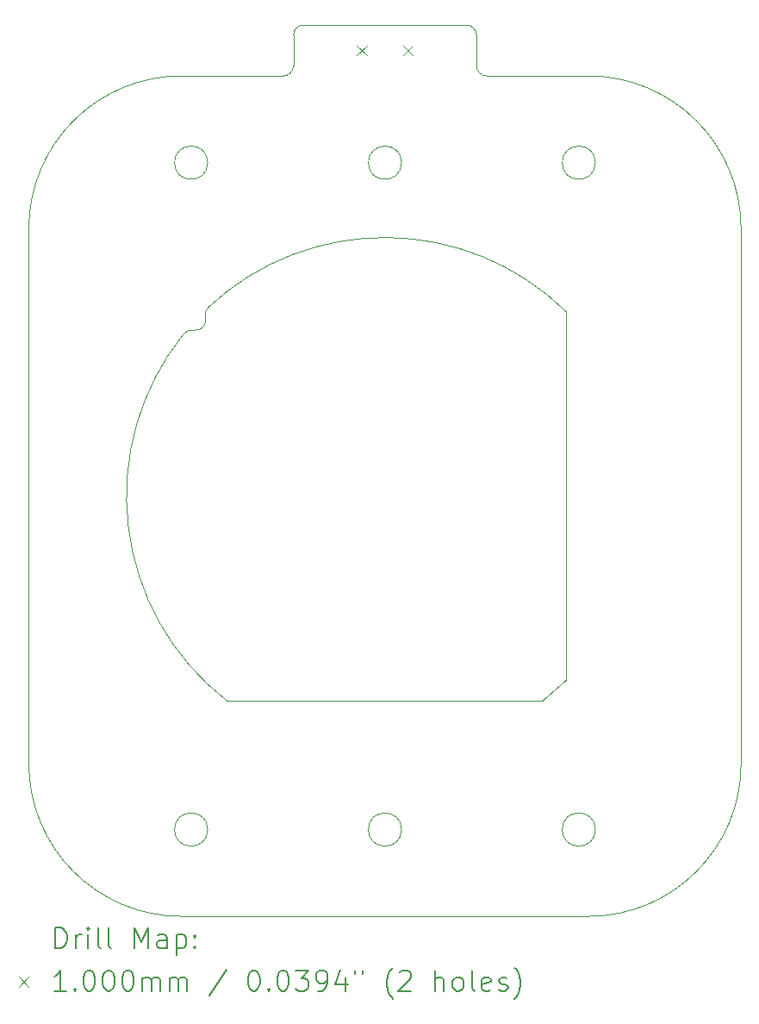
<source format=gbr>
%TF.GenerationSoftware,KiCad,Pcbnew,7.0.6*%
%TF.CreationDate,2024-02-05T15:04:08-06:00*%
%TF.ProjectId,TopProbeCard,546f7050-726f-4626-9543-6172642e6b69,rev?*%
%TF.SameCoordinates,Original*%
%TF.FileFunction,Drillmap*%
%TF.FilePolarity,Positive*%
%FSLAX45Y45*%
G04 Gerber Fmt 4.5, Leading zero omitted, Abs format (unit mm)*
G04 Created by KiCad (PCBNEW 7.0.6) date 2024-02-05 15:04:08*
%MOMM*%
%LPD*%
G01*
G04 APERTURE LIST*
%ADD10C,0.100000*%
%ADD11C,0.010000*%
%ADD12C,0.200000*%
G04 APERTURE END LIST*
D10*
X8400000Y-3472500D02*
X8400000Y-3772500D01*
D11*
X11000000Y-10627500D02*
X11000000Y-5372500D01*
D10*
X8500000Y-3872500D02*
X9500000Y-3872500D01*
D11*
X5500000Y-3872500D02*
G75*
G03*
X4000000Y-5372500I-1J-1499999D01*
G01*
X5618856Y-6370924D02*
G75*
G03*
X5734230Y-6246530I18854J98215D01*
G01*
X5762328Y-6147407D02*
G75*
G03*
X5734230Y-6246530I68402J-72933D01*
G01*
X5758195Y-11275000D02*
G75*
G03*
X5758195Y-11275000I-163195J0D01*
G01*
D10*
X8400000Y-3772500D02*
G75*
G03*
X8500000Y-3872500I100010J10D01*
G01*
D11*
X7663195Y-4725000D02*
G75*
G03*
X7663195Y-4725000I-163195J0D01*
G01*
D10*
X6700000Y-3372500D02*
X8300000Y-3372500D01*
D11*
X9568195Y-4725000D02*
G75*
G03*
X9568195Y-4725000I-163195J0D01*
G01*
X9280468Y-6188500D02*
X9280468Y-9811500D01*
X7663195Y-11275000D02*
G75*
G03*
X7663195Y-11275000I-163195J0D01*
G01*
X5618856Y-6370922D02*
G75*
G03*
X5522125Y-6406384I-18866J-98198D01*
G01*
D10*
X6700000Y-3372500D02*
G75*
G03*
X6600000Y-3472500I0J-100000D01*
G01*
X6500000Y-3872500D02*
X5500000Y-3872500D01*
X6500000Y-3872500D02*
G75*
G03*
X6600000Y-3772500I0J100000D01*
G01*
D11*
X9280468Y-6188500D02*
G75*
G03*
X5762329Y-6147407I-1780468J-1811500D01*
G01*
X5522125Y-6406384D02*
G75*
G03*
X5949043Y-10011500I1977875J-1593616D01*
G01*
X5758195Y-4725000D02*
G75*
G03*
X5758195Y-4725000I-163195J0D01*
G01*
X9568195Y-11275000D02*
G75*
G03*
X9568195Y-11275000I-163195J0D01*
G01*
X9050957Y-10011500D02*
G75*
G03*
X9280468Y-9811500I-1550977J2011520D01*
G01*
X4000000Y-5372500D02*
X4000000Y-10627500D01*
D10*
X8400000Y-3472500D02*
G75*
G03*
X8300000Y-3372500I-99990J10D01*
G01*
D11*
X9050957Y-10011500D02*
X5949043Y-10011500D01*
X11000000Y-5372500D02*
G75*
G03*
X9500000Y-3872500I-1499994J6D01*
G01*
X5500000Y-12127500D02*
X9500000Y-12127500D01*
X9500000Y-12127500D02*
G75*
G03*
X11000000Y-10627500I-2J1500002D01*
G01*
D10*
X6600000Y-3772500D02*
X6600000Y-3472500D01*
D11*
X4000000Y-10627500D02*
G75*
G03*
X5500000Y-12127500I1500006J6D01*
G01*
D12*
D10*
X7225000Y-3572500D02*
X7325000Y-3672500D01*
X7325000Y-3572500D02*
X7225000Y-3672500D01*
X7675000Y-3572500D02*
X7775000Y-3672500D01*
X7775000Y-3572500D02*
X7675000Y-3672500D01*
D12*
X4260277Y-12439484D02*
X4260277Y-12239484D01*
X4260277Y-12239484D02*
X4307896Y-12239484D01*
X4307896Y-12239484D02*
X4336467Y-12249007D01*
X4336467Y-12249007D02*
X4355515Y-12268055D01*
X4355515Y-12268055D02*
X4365039Y-12287103D01*
X4365039Y-12287103D02*
X4374563Y-12325198D01*
X4374563Y-12325198D02*
X4374563Y-12353769D01*
X4374563Y-12353769D02*
X4365039Y-12391865D01*
X4365039Y-12391865D02*
X4355515Y-12410912D01*
X4355515Y-12410912D02*
X4336467Y-12429960D01*
X4336467Y-12429960D02*
X4307896Y-12439484D01*
X4307896Y-12439484D02*
X4260277Y-12439484D01*
X4460277Y-12439484D02*
X4460277Y-12306150D01*
X4460277Y-12344246D02*
X4469801Y-12325198D01*
X4469801Y-12325198D02*
X4479324Y-12315674D01*
X4479324Y-12315674D02*
X4498372Y-12306150D01*
X4498372Y-12306150D02*
X4517420Y-12306150D01*
X4584086Y-12439484D02*
X4584086Y-12306150D01*
X4584086Y-12239484D02*
X4574563Y-12249007D01*
X4574563Y-12249007D02*
X4584086Y-12258531D01*
X4584086Y-12258531D02*
X4593610Y-12249007D01*
X4593610Y-12249007D02*
X4584086Y-12239484D01*
X4584086Y-12239484D02*
X4584086Y-12258531D01*
X4707896Y-12439484D02*
X4688848Y-12429960D01*
X4688848Y-12429960D02*
X4679324Y-12410912D01*
X4679324Y-12410912D02*
X4679324Y-12239484D01*
X4812658Y-12439484D02*
X4793610Y-12429960D01*
X4793610Y-12429960D02*
X4784086Y-12410912D01*
X4784086Y-12410912D02*
X4784086Y-12239484D01*
X5041229Y-12439484D02*
X5041229Y-12239484D01*
X5041229Y-12239484D02*
X5107896Y-12382341D01*
X5107896Y-12382341D02*
X5174563Y-12239484D01*
X5174563Y-12239484D02*
X5174563Y-12439484D01*
X5355515Y-12439484D02*
X5355515Y-12334722D01*
X5355515Y-12334722D02*
X5345991Y-12315674D01*
X5345991Y-12315674D02*
X5326944Y-12306150D01*
X5326944Y-12306150D02*
X5288848Y-12306150D01*
X5288848Y-12306150D02*
X5269801Y-12315674D01*
X5355515Y-12429960D02*
X5336467Y-12439484D01*
X5336467Y-12439484D02*
X5288848Y-12439484D01*
X5288848Y-12439484D02*
X5269801Y-12429960D01*
X5269801Y-12429960D02*
X5260277Y-12410912D01*
X5260277Y-12410912D02*
X5260277Y-12391865D01*
X5260277Y-12391865D02*
X5269801Y-12372817D01*
X5269801Y-12372817D02*
X5288848Y-12363293D01*
X5288848Y-12363293D02*
X5336467Y-12363293D01*
X5336467Y-12363293D02*
X5355515Y-12353769D01*
X5450753Y-12306150D02*
X5450753Y-12506150D01*
X5450753Y-12315674D02*
X5469801Y-12306150D01*
X5469801Y-12306150D02*
X5507896Y-12306150D01*
X5507896Y-12306150D02*
X5526944Y-12315674D01*
X5526944Y-12315674D02*
X5536467Y-12325198D01*
X5536467Y-12325198D02*
X5545991Y-12344246D01*
X5545991Y-12344246D02*
X5545991Y-12401388D01*
X5545991Y-12401388D02*
X5536467Y-12420436D01*
X5536467Y-12420436D02*
X5526944Y-12429960D01*
X5526944Y-12429960D02*
X5507896Y-12439484D01*
X5507896Y-12439484D02*
X5469801Y-12439484D01*
X5469801Y-12439484D02*
X5450753Y-12429960D01*
X5631705Y-12420436D02*
X5641229Y-12429960D01*
X5641229Y-12429960D02*
X5631705Y-12439484D01*
X5631705Y-12439484D02*
X5622182Y-12429960D01*
X5622182Y-12429960D02*
X5631705Y-12420436D01*
X5631705Y-12420436D02*
X5631705Y-12439484D01*
X5631705Y-12315674D02*
X5641229Y-12325198D01*
X5641229Y-12325198D02*
X5631705Y-12334722D01*
X5631705Y-12334722D02*
X5622182Y-12325198D01*
X5622182Y-12325198D02*
X5631705Y-12315674D01*
X5631705Y-12315674D02*
X5631705Y-12334722D01*
D10*
X3899500Y-12718000D02*
X3999500Y-12818000D01*
X3999500Y-12718000D02*
X3899500Y-12818000D01*
D12*
X4365039Y-12859484D02*
X4250753Y-12859484D01*
X4307896Y-12859484D02*
X4307896Y-12659484D01*
X4307896Y-12659484D02*
X4288848Y-12688055D01*
X4288848Y-12688055D02*
X4269801Y-12707103D01*
X4269801Y-12707103D02*
X4250753Y-12716626D01*
X4450753Y-12840436D02*
X4460277Y-12849960D01*
X4460277Y-12849960D02*
X4450753Y-12859484D01*
X4450753Y-12859484D02*
X4441229Y-12849960D01*
X4441229Y-12849960D02*
X4450753Y-12840436D01*
X4450753Y-12840436D02*
X4450753Y-12859484D01*
X4584086Y-12659484D02*
X4603134Y-12659484D01*
X4603134Y-12659484D02*
X4622182Y-12669007D01*
X4622182Y-12669007D02*
X4631705Y-12678531D01*
X4631705Y-12678531D02*
X4641229Y-12697579D01*
X4641229Y-12697579D02*
X4650753Y-12735674D01*
X4650753Y-12735674D02*
X4650753Y-12783293D01*
X4650753Y-12783293D02*
X4641229Y-12821388D01*
X4641229Y-12821388D02*
X4631705Y-12840436D01*
X4631705Y-12840436D02*
X4622182Y-12849960D01*
X4622182Y-12849960D02*
X4603134Y-12859484D01*
X4603134Y-12859484D02*
X4584086Y-12859484D01*
X4584086Y-12859484D02*
X4565039Y-12849960D01*
X4565039Y-12849960D02*
X4555515Y-12840436D01*
X4555515Y-12840436D02*
X4545991Y-12821388D01*
X4545991Y-12821388D02*
X4536467Y-12783293D01*
X4536467Y-12783293D02*
X4536467Y-12735674D01*
X4536467Y-12735674D02*
X4545991Y-12697579D01*
X4545991Y-12697579D02*
X4555515Y-12678531D01*
X4555515Y-12678531D02*
X4565039Y-12669007D01*
X4565039Y-12669007D02*
X4584086Y-12659484D01*
X4774563Y-12659484D02*
X4793610Y-12659484D01*
X4793610Y-12659484D02*
X4812658Y-12669007D01*
X4812658Y-12669007D02*
X4822182Y-12678531D01*
X4822182Y-12678531D02*
X4831705Y-12697579D01*
X4831705Y-12697579D02*
X4841229Y-12735674D01*
X4841229Y-12735674D02*
X4841229Y-12783293D01*
X4841229Y-12783293D02*
X4831705Y-12821388D01*
X4831705Y-12821388D02*
X4822182Y-12840436D01*
X4822182Y-12840436D02*
X4812658Y-12849960D01*
X4812658Y-12849960D02*
X4793610Y-12859484D01*
X4793610Y-12859484D02*
X4774563Y-12859484D01*
X4774563Y-12859484D02*
X4755515Y-12849960D01*
X4755515Y-12849960D02*
X4745991Y-12840436D01*
X4745991Y-12840436D02*
X4736467Y-12821388D01*
X4736467Y-12821388D02*
X4726944Y-12783293D01*
X4726944Y-12783293D02*
X4726944Y-12735674D01*
X4726944Y-12735674D02*
X4736467Y-12697579D01*
X4736467Y-12697579D02*
X4745991Y-12678531D01*
X4745991Y-12678531D02*
X4755515Y-12669007D01*
X4755515Y-12669007D02*
X4774563Y-12659484D01*
X4965039Y-12659484D02*
X4984086Y-12659484D01*
X4984086Y-12659484D02*
X5003134Y-12669007D01*
X5003134Y-12669007D02*
X5012658Y-12678531D01*
X5012658Y-12678531D02*
X5022182Y-12697579D01*
X5022182Y-12697579D02*
X5031705Y-12735674D01*
X5031705Y-12735674D02*
X5031705Y-12783293D01*
X5031705Y-12783293D02*
X5022182Y-12821388D01*
X5022182Y-12821388D02*
X5012658Y-12840436D01*
X5012658Y-12840436D02*
X5003134Y-12849960D01*
X5003134Y-12849960D02*
X4984086Y-12859484D01*
X4984086Y-12859484D02*
X4965039Y-12859484D01*
X4965039Y-12859484D02*
X4945991Y-12849960D01*
X4945991Y-12849960D02*
X4936467Y-12840436D01*
X4936467Y-12840436D02*
X4926944Y-12821388D01*
X4926944Y-12821388D02*
X4917420Y-12783293D01*
X4917420Y-12783293D02*
X4917420Y-12735674D01*
X4917420Y-12735674D02*
X4926944Y-12697579D01*
X4926944Y-12697579D02*
X4936467Y-12678531D01*
X4936467Y-12678531D02*
X4945991Y-12669007D01*
X4945991Y-12669007D02*
X4965039Y-12659484D01*
X5117420Y-12859484D02*
X5117420Y-12726150D01*
X5117420Y-12745198D02*
X5126944Y-12735674D01*
X5126944Y-12735674D02*
X5145991Y-12726150D01*
X5145991Y-12726150D02*
X5174563Y-12726150D01*
X5174563Y-12726150D02*
X5193610Y-12735674D01*
X5193610Y-12735674D02*
X5203134Y-12754722D01*
X5203134Y-12754722D02*
X5203134Y-12859484D01*
X5203134Y-12754722D02*
X5212658Y-12735674D01*
X5212658Y-12735674D02*
X5231705Y-12726150D01*
X5231705Y-12726150D02*
X5260277Y-12726150D01*
X5260277Y-12726150D02*
X5279325Y-12735674D01*
X5279325Y-12735674D02*
X5288848Y-12754722D01*
X5288848Y-12754722D02*
X5288848Y-12859484D01*
X5384086Y-12859484D02*
X5384086Y-12726150D01*
X5384086Y-12745198D02*
X5393610Y-12735674D01*
X5393610Y-12735674D02*
X5412658Y-12726150D01*
X5412658Y-12726150D02*
X5441229Y-12726150D01*
X5441229Y-12726150D02*
X5460277Y-12735674D01*
X5460277Y-12735674D02*
X5469801Y-12754722D01*
X5469801Y-12754722D02*
X5469801Y-12859484D01*
X5469801Y-12754722D02*
X5479325Y-12735674D01*
X5479325Y-12735674D02*
X5498372Y-12726150D01*
X5498372Y-12726150D02*
X5526944Y-12726150D01*
X5526944Y-12726150D02*
X5545991Y-12735674D01*
X5545991Y-12735674D02*
X5555515Y-12754722D01*
X5555515Y-12754722D02*
X5555515Y-12859484D01*
X5945991Y-12649960D02*
X5774563Y-12907103D01*
X6203134Y-12659484D02*
X6222182Y-12659484D01*
X6222182Y-12659484D02*
X6241229Y-12669007D01*
X6241229Y-12669007D02*
X6250753Y-12678531D01*
X6250753Y-12678531D02*
X6260277Y-12697579D01*
X6260277Y-12697579D02*
X6269801Y-12735674D01*
X6269801Y-12735674D02*
X6269801Y-12783293D01*
X6269801Y-12783293D02*
X6260277Y-12821388D01*
X6260277Y-12821388D02*
X6250753Y-12840436D01*
X6250753Y-12840436D02*
X6241229Y-12849960D01*
X6241229Y-12849960D02*
X6222182Y-12859484D01*
X6222182Y-12859484D02*
X6203134Y-12859484D01*
X6203134Y-12859484D02*
X6184086Y-12849960D01*
X6184086Y-12849960D02*
X6174563Y-12840436D01*
X6174563Y-12840436D02*
X6165039Y-12821388D01*
X6165039Y-12821388D02*
X6155515Y-12783293D01*
X6155515Y-12783293D02*
X6155515Y-12735674D01*
X6155515Y-12735674D02*
X6165039Y-12697579D01*
X6165039Y-12697579D02*
X6174563Y-12678531D01*
X6174563Y-12678531D02*
X6184086Y-12669007D01*
X6184086Y-12669007D02*
X6203134Y-12659484D01*
X6355515Y-12840436D02*
X6365039Y-12849960D01*
X6365039Y-12849960D02*
X6355515Y-12859484D01*
X6355515Y-12859484D02*
X6345991Y-12849960D01*
X6345991Y-12849960D02*
X6355515Y-12840436D01*
X6355515Y-12840436D02*
X6355515Y-12859484D01*
X6488848Y-12659484D02*
X6507896Y-12659484D01*
X6507896Y-12659484D02*
X6526944Y-12669007D01*
X6526944Y-12669007D02*
X6536467Y-12678531D01*
X6536467Y-12678531D02*
X6545991Y-12697579D01*
X6545991Y-12697579D02*
X6555515Y-12735674D01*
X6555515Y-12735674D02*
X6555515Y-12783293D01*
X6555515Y-12783293D02*
X6545991Y-12821388D01*
X6545991Y-12821388D02*
X6536467Y-12840436D01*
X6536467Y-12840436D02*
X6526944Y-12849960D01*
X6526944Y-12849960D02*
X6507896Y-12859484D01*
X6507896Y-12859484D02*
X6488848Y-12859484D01*
X6488848Y-12859484D02*
X6469801Y-12849960D01*
X6469801Y-12849960D02*
X6460277Y-12840436D01*
X6460277Y-12840436D02*
X6450753Y-12821388D01*
X6450753Y-12821388D02*
X6441229Y-12783293D01*
X6441229Y-12783293D02*
X6441229Y-12735674D01*
X6441229Y-12735674D02*
X6450753Y-12697579D01*
X6450753Y-12697579D02*
X6460277Y-12678531D01*
X6460277Y-12678531D02*
X6469801Y-12669007D01*
X6469801Y-12669007D02*
X6488848Y-12659484D01*
X6622182Y-12659484D02*
X6745991Y-12659484D01*
X6745991Y-12659484D02*
X6679325Y-12735674D01*
X6679325Y-12735674D02*
X6707896Y-12735674D01*
X6707896Y-12735674D02*
X6726944Y-12745198D01*
X6726944Y-12745198D02*
X6736467Y-12754722D01*
X6736467Y-12754722D02*
X6745991Y-12773769D01*
X6745991Y-12773769D02*
X6745991Y-12821388D01*
X6745991Y-12821388D02*
X6736467Y-12840436D01*
X6736467Y-12840436D02*
X6726944Y-12849960D01*
X6726944Y-12849960D02*
X6707896Y-12859484D01*
X6707896Y-12859484D02*
X6650753Y-12859484D01*
X6650753Y-12859484D02*
X6631706Y-12849960D01*
X6631706Y-12849960D02*
X6622182Y-12840436D01*
X6841229Y-12859484D02*
X6879325Y-12859484D01*
X6879325Y-12859484D02*
X6898372Y-12849960D01*
X6898372Y-12849960D02*
X6907896Y-12840436D01*
X6907896Y-12840436D02*
X6926944Y-12811865D01*
X6926944Y-12811865D02*
X6936467Y-12773769D01*
X6936467Y-12773769D02*
X6936467Y-12697579D01*
X6936467Y-12697579D02*
X6926944Y-12678531D01*
X6926944Y-12678531D02*
X6917420Y-12669007D01*
X6917420Y-12669007D02*
X6898372Y-12659484D01*
X6898372Y-12659484D02*
X6860277Y-12659484D01*
X6860277Y-12659484D02*
X6841229Y-12669007D01*
X6841229Y-12669007D02*
X6831706Y-12678531D01*
X6831706Y-12678531D02*
X6822182Y-12697579D01*
X6822182Y-12697579D02*
X6822182Y-12745198D01*
X6822182Y-12745198D02*
X6831706Y-12764246D01*
X6831706Y-12764246D02*
X6841229Y-12773769D01*
X6841229Y-12773769D02*
X6860277Y-12783293D01*
X6860277Y-12783293D02*
X6898372Y-12783293D01*
X6898372Y-12783293D02*
X6917420Y-12773769D01*
X6917420Y-12773769D02*
X6926944Y-12764246D01*
X6926944Y-12764246D02*
X6936467Y-12745198D01*
X7107896Y-12726150D02*
X7107896Y-12859484D01*
X7060277Y-12649960D02*
X7012658Y-12792817D01*
X7012658Y-12792817D02*
X7136467Y-12792817D01*
X7203134Y-12659484D02*
X7203134Y-12697579D01*
X7279325Y-12659484D02*
X7279325Y-12697579D01*
X7574563Y-12935674D02*
X7565039Y-12926150D01*
X7565039Y-12926150D02*
X7545991Y-12897579D01*
X7545991Y-12897579D02*
X7536468Y-12878531D01*
X7536468Y-12878531D02*
X7526944Y-12849960D01*
X7526944Y-12849960D02*
X7517420Y-12802341D01*
X7517420Y-12802341D02*
X7517420Y-12764246D01*
X7517420Y-12764246D02*
X7526944Y-12716626D01*
X7526944Y-12716626D02*
X7536468Y-12688055D01*
X7536468Y-12688055D02*
X7545991Y-12669007D01*
X7545991Y-12669007D02*
X7565039Y-12640436D01*
X7565039Y-12640436D02*
X7574563Y-12630912D01*
X7641229Y-12678531D02*
X7650753Y-12669007D01*
X7650753Y-12669007D02*
X7669801Y-12659484D01*
X7669801Y-12659484D02*
X7717420Y-12659484D01*
X7717420Y-12659484D02*
X7736468Y-12669007D01*
X7736468Y-12669007D02*
X7745991Y-12678531D01*
X7745991Y-12678531D02*
X7755515Y-12697579D01*
X7755515Y-12697579D02*
X7755515Y-12716626D01*
X7755515Y-12716626D02*
X7745991Y-12745198D01*
X7745991Y-12745198D02*
X7631706Y-12859484D01*
X7631706Y-12859484D02*
X7755515Y-12859484D01*
X7993610Y-12859484D02*
X7993610Y-12659484D01*
X8079325Y-12859484D02*
X8079325Y-12754722D01*
X8079325Y-12754722D02*
X8069801Y-12735674D01*
X8069801Y-12735674D02*
X8050753Y-12726150D01*
X8050753Y-12726150D02*
X8022182Y-12726150D01*
X8022182Y-12726150D02*
X8003134Y-12735674D01*
X8003134Y-12735674D02*
X7993610Y-12745198D01*
X8203134Y-12859484D02*
X8184087Y-12849960D01*
X8184087Y-12849960D02*
X8174563Y-12840436D01*
X8174563Y-12840436D02*
X8165039Y-12821388D01*
X8165039Y-12821388D02*
X8165039Y-12764246D01*
X8165039Y-12764246D02*
X8174563Y-12745198D01*
X8174563Y-12745198D02*
X8184087Y-12735674D01*
X8184087Y-12735674D02*
X8203134Y-12726150D01*
X8203134Y-12726150D02*
X8231706Y-12726150D01*
X8231706Y-12726150D02*
X8250753Y-12735674D01*
X8250753Y-12735674D02*
X8260277Y-12745198D01*
X8260277Y-12745198D02*
X8269801Y-12764246D01*
X8269801Y-12764246D02*
X8269801Y-12821388D01*
X8269801Y-12821388D02*
X8260277Y-12840436D01*
X8260277Y-12840436D02*
X8250753Y-12849960D01*
X8250753Y-12849960D02*
X8231706Y-12859484D01*
X8231706Y-12859484D02*
X8203134Y-12859484D01*
X8384087Y-12859484D02*
X8365039Y-12849960D01*
X8365039Y-12849960D02*
X8355515Y-12830912D01*
X8355515Y-12830912D02*
X8355515Y-12659484D01*
X8536468Y-12849960D02*
X8517420Y-12859484D01*
X8517420Y-12859484D02*
X8479325Y-12859484D01*
X8479325Y-12859484D02*
X8460277Y-12849960D01*
X8460277Y-12849960D02*
X8450753Y-12830912D01*
X8450753Y-12830912D02*
X8450753Y-12754722D01*
X8450753Y-12754722D02*
X8460277Y-12735674D01*
X8460277Y-12735674D02*
X8479325Y-12726150D01*
X8479325Y-12726150D02*
X8517420Y-12726150D01*
X8517420Y-12726150D02*
X8536468Y-12735674D01*
X8536468Y-12735674D02*
X8545992Y-12754722D01*
X8545992Y-12754722D02*
X8545992Y-12773769D01*
X8545992Y-12773769D02*
X8450753Y-12792817D01*
X8622182Y-12849960D02*
X8641230Y-12859484D01*
X8641230Y-12859484D02*
X8679325Y-12859484D01*
X8679325Y-12859484D02*
X8698373Y-12849960D01*
X8698373Y-12849960D02*
X8707896Y-12830912D01*
X8707896Y-12830912D02*
X8707896Y-12821388D01*
X8707896Y-12821388D02*
X8698373Y-12802341D01*
X8698373Y-12802341D02*
X8679325Y-12792817D01*
X8679325Y-12792817D02*
X8650753Y-12792817D01*
X8650753Y-12792817D02*
X8631706Y-12783293D01*
X8631706Y-12783293D02*
X8622182Y-12764246D01*
X8622182Y-12764246D02*
X8622182Y-12754722D01*
X8622182Y-12754722D02*
X8631706Y-12735674D01*
X8631706Y-12735674D02*
X8650753Y-12726150D01*
X8650753Y-12726150D02*
X8679325Y-12726150D01*
X8679325Y-12726150D02*
X8698373Y-12735674D01*
X8774563Y-12935674D02*
X8784087Y-12926150D01*
X8784087Y-12926150D02*
X8803134Y-12897579D01*
X8803134Y-12897579D02*
X8812658Y-12878531D01*
X8812658Y-12878531D02*
X8822182Y-12849960D01*
X8822182Y-12849960D02*
X8831706Y-12802341D01*
X8831706Y-12802341D02*
X8831706Y-12764246D01*
X8831706Y-12764246D02*
X8822182Y-12716626D01*
X8822182Y-12716626D02*
X8812658Y-12688055D01*
X8812658Y-12688055D02*
X8803134Y-12669007D01*
X8803134Y-12669007D02*
X8784087Y-12640436D01*
X8784087Y-12640436D02*
X8774563Y-12630912D01*
M02*

</source>
